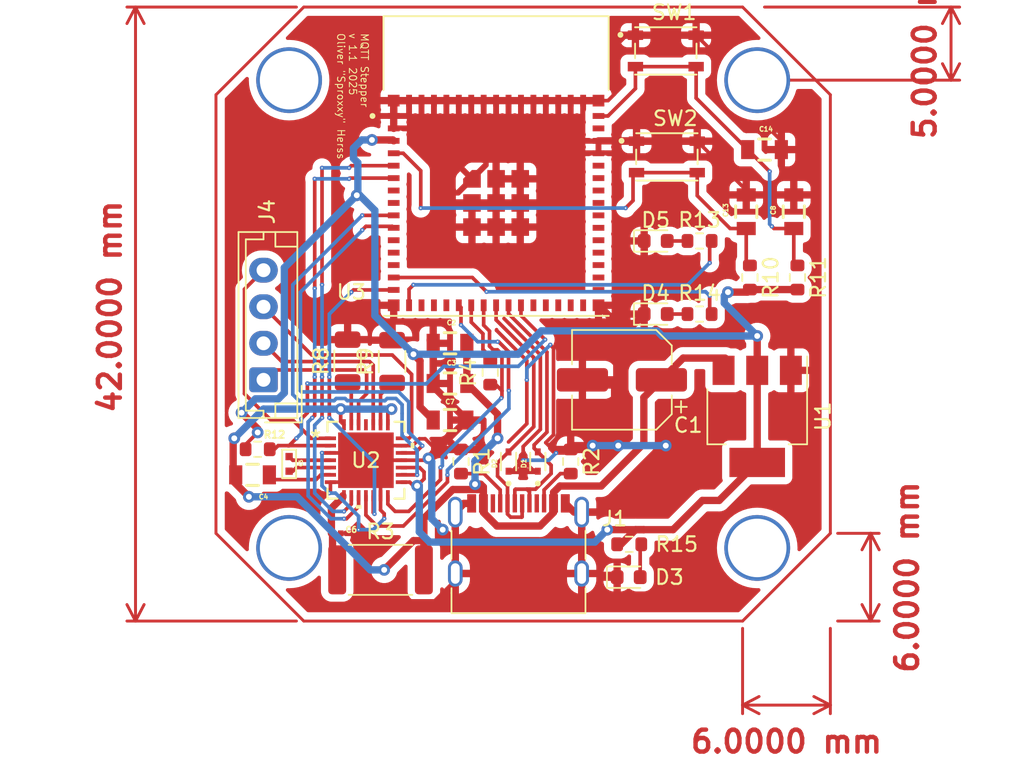
<source format=kicad_pcb>
(kicad_pcb (version 20221018) (generator pcbnew)
  (layers (0 "F.Cu" mixed) (31 "B.Cu" signal) (34 "B.Paste" user) (35 "F.Paste" user) (36 "B.SilkS" user "B.Silkscreen") (37 "F.SilkS" user "F.Silkscreen") (38 "B.Mask" user) (39 "F.Mask" user) (44 "Edge.Cuts" user))
  (net 0 "")
  (net 1 "GND")
  (net 2 "+5V")
  (net 3 "Net-(U2-VCP)")
  (net 4 "Net-(U2-CPI)")
  (net 5 "Net-(U2-CPO)")
  (net 6 "Net-(U2-5VOUT)")
  (net 8 "+3V3")
  (net 9 "Net-(U3-EN)")
  (net 10 "Net-(U3-IO0)")
  (net 11 "DP")
  (net 12 "DM")
  (net 13 "Net-(D3-A)")
  (net 14 "Net-(D4-A)")
  (net 15 "Net-(D5-A)")
  (net 16 "Net-(J1-CC1)")
  (net 18 "Net-(J1-CC2)")
  (net 20 "Net-(J4-Pin_1)")
  (net 21 "Net-(J4-Pin_2)")
  (net 22 "Net-(J4-Pin_3)")
  (net 23 "Net-(J4-Pin_4)")
  (net 24 "Net-(U3-IO17)")
  (net 25 "Net-(U2-PDN_UART)")
  (net 26 "Net-(U2-BRB)")
  (net 27 "Net-(U2-BRA)")
  (net 28 "TMC_EN")
  (net 29 "LED2")
  (net 30 "LED1")
  (net 31 "MS1")
  (net 32 "MS2")
  (net 33 "DIAG")
  (net 34 "INDEX")
  (net 35 "STEP")
  (net 36 "DIR")
  (footprint "ExtraModulesSproxx:Capacitor 0805" (layer "F.Cu") (at 105.75 68.75 180)
    (fp_text reference "C7")
    (fp_text value "C 100n" hide)
  )
  (footprint "Resistor_SMD:R_0603_1608Metric" (layer "F.Cu") (at 92.6 70.75 180)
    (fp_text reference "R12")
    (fp_text value "R 10k" hide)
  )
  (footprint "Resistor_SMD:R_1206_3216Metric" (layer "F.Cu") (at 101.79 64.75 90)
    (fp_text reference "R9")
    (fp_text value "R 100m" hide)
  )
  (footprint "ExtraModulesSproxx:C 0603" (layer "F.Cu") (at 98 76.5)
    (fp_text reference "C6")
    (fp_text value "C 10μf" hide)
  )
  (footprint "ExtraModulesSproxx:Capacitor 0805" (layer "F.Cu") (at 127.25 50.25)
    (fp_text reference "C14")
    (fp_text value "C 1uf" hide)
  )
  (footprint "Resistor_SMD:R_0603_1608Metric" (layer "F.Cu") (at 126.25 59 -90)
    (fp_text reference "R10")
    (fp_text value "R 10k" hide)
  )
  (footprint "Connector_JST:JST_EH_B4B-EH-A_1x04_P2.50mm_Vertical" (layer "F.Cu") (at 93 66 90)
    (fp_text reference "J4")
    (fp_text value "Conn_01x04_Socket" hide)
  )
  (footprint "Resistor_SMD:R_0603_1608Metric" (layer "F.Cu") (at 129.5 59 -90)
    (fp_text reference "R11")
    (fp_text value "R 4.7k" hide)
  )
  (footprint "ExtraModulesSproxx:Capacitor 0805" (layer "F.Cu") (at 126 54.5 90)
    (fp_text reference "C13")
    (fp_text value "C 0.1μf" hide)
  )
  (footprint "Resistor_SMD:R_0603_1608Metric" (layer "F.Cu") (at 114 71.59 -90)
    (fp_text reference "R2")
    (fp_text value "R 5.1K" hide)
  )
  (footprint "LED_SMD:LED_0603_1608Metric" (layer "F.Cu") (at 119.81 56.5)
    (fp_text reference "D5")
    (fp_text value "MQTT")
  )
  (footprint "ExtraModulesSproxx:XCVR_ESP32-S3-MINI-1-N8" (layer "F.Cu") (at 108.9 53.9)
    (fp_text reference "U3")
    (fp_text value "ESP32-S3-MINI-1-N8" hide)
  )
  (footprint "Package_TO_SOT_SMD:SOT-223-3_TabPin2" (layer "F.Cu") (at 126.75 68.5 -90)
    (fp_text reference "U1")
    (fp_text value "AMS1117-3.3")
  )
  (footprint "ExtraModulesSproxx:SW_PTS810_SJM_250_SMTR_LFS" (layer "F.Cu") (at 120.575 50.75)
    (fp_text reference "SW2")
    (fp_text value "SW_Push")
  )
  (footprint "Resistor_SMD:R_2512_6332Metric" (layer "F.Cu") (at 101 79)
    (fp_text reference "R3")
    (fp_text value "R 10" hide)
  )
  (footprint "Resistor_SMD:R_0603_1608Metric" (layer "F.Cu") (at 118 77.25 180)
    (fp_text reference "R15")
    (fp_text value "R 2k" hide)
  )
  (footprint "LED_SMD:LED_0603_1608Metric" (layer "F.Cu") (at 117.9625 79.5)
    (fp_text reference "D3")
    (fp_text value "PWR")
  )
  (footprint "LED_SMD:LED_0603_1608Metric" (layer "F.Cu") (at 119.81 61.5)
    (fp_text reference "D4")
    (fp_text value "WiFi")
  )
  (footprint "Resistor_SMD:R_0603_1608Metric" (layer "F.Cu") (at 122.81 61.5)
    (fp_text reference "R14")
    (fp_text value "R 1k" hide)
  )
  (footprint "Connector_USB:USB_C_Receptacle_G-Switch_GT-USB-7010ASV" (layer "F.Cu") (at 110.43 78.175)
    (fp_text reference "J1")
    (fp_text value "USB_C_Receptacle_USB2.0" hide)
  )
  (footprint "Resistor_SMD:R_1206_3216Metric" (layer "F.Cu") (at 98.75 64.7125 90)
    (fp_text reference "R8")
    (fp_text value "R 100m" hide)
  )
  (footprint "ExtraModulesSproxx:TVS_LESD5D5.0CT1G" (layer "F.Cu") (at 109.75 71.59 90)
    (fp_text reference "D2")
    (fp_text value "LESD5D5.0CT1G" hide)
  )
  (footprint "ExtraModulesSproxx:Capacitor 0805" (layer "F.Cu") (at 92.25 72.5 180)
    (fp_text reference "C4")
    (fp_text value "C 100n" hide)
  )
  (footprint "Capacitor_SMD:CP_Elec_6.3x7.7" (layer "F.Cu") (at 117.5 66 180)
    (fp_text reference "C1")
    (fp_text value "C 100μf" hide)
  )
  (footprint "ExtraModulesSproxx:QFN28_5X5_3X8_EPAD_TRI" (layer "F.Cu") (at 100 71.5)
    (fp_text reference "U2")
    (fp_text value "TMC2209-LA-T")
  )
  (footprint "ExtraModulesSproxx:SW_PTS810_SJM_250_SMTR_LFS" (layer "F.Cu") (at 120.5 43.5)
    (fp_text reference "SW1")
    (fp_text value "SW_Push")
  )
  (footprint "ExtraModulesSproxx:Capacitor 0805" (layer "F.Cu") (at 105.75 66.25)
    (fp_text reference "C3")
    (fp_text value "C 100n" hide)
  )
  (footprint "ExtraModulesSproxx:Capacitor 0805" (layer "F.Cu") (at 129.25 54.5 90)
    (fp_text reference "C8")
    (fp_text value "C 0.1uf" hide)
  )
  (footprint "Resistor_SMD:R_0603_1608Metric" (layer "F.Cu") (at 122.81 56.5)
    (fp_text reference "R13")
    (fp_text value "R 1k" hide)
  )
  (footprint "ExtraModulesSproxx:TVS_LESD5D5.0CT1G" (layer "F.Cu") (at 111.75 71.59 90)
    (fp_text reference "D1")
    (fp_text value "LESD5D5.0CT1G" hide)
  )
  (footprint "ExtraModulesSproxx:Capacitor 0805" (layer "F.Cu") (at 105.75 63.5)
    (fp_text reference "C2")
    (fp_text value "C 100n" hide)
  )
  (footprint "Resistor_SMD:R_0603_1608Metric" (layer "F.Cu") (at 108.5 65.5 -90)
    (fp_text reference "R4")
    (fp_text value "R 1k" hide)
  )
  (footprint "ExtraModulesSproxx:Capacitor 0402" (layer "F.Cu") (at 94.75 71.75 -90)
    (fp_text reference "C5")
    (fp_text value "C 22n" hide)
  )
  (footprint "Resistor_SMD:R_0603_1608Metric" (layer "F.Cu") (at 106.5 71.59 -90)
    (fp_text reference "R1")
    (fp_text value "R 5.1K" hide)
  )
  (gr_line (start 95.75 82.5) (end 89.75 76.5) (stroke (width 0.2)) (layer "F.Cu"))
  (gr_circle (center 94.75 77.5) (end 96.75 77.5) (stroke (width 0.2)) (fill none) (layer "F.Cu"))
  (gr_line (start 131.75 76.5) (end 131.75 46.5) (stroke (width 0.2)) (layer "F.Cu"))
  (gr_line (start 95.75 40.5) (end 125.75 40.5) (stroke (width 0.2)) (layer "F.Cu"))
  (gr_circle (center 94.75 45.5) (end 96.75 45.5) (stroke (width 0.2)) (fill none) (layer "F.Cu"))
  (gr_line (start 89.75 46.5) (end 95.75 40.5) (stroke (width 0.2)) (layer "F.Cu"))
  (gr_circle (center 126.75 45.5) (end 128.75 45.5) (stroke (width 0.2)) (fill none) (layer "F.Cu"))
  (gr_line (start 125.75 40.5) (end 131.75 46.5) (stroke (width 0.2)) (layer "F.Cu"))
  (gr_line (start 95.75 82.5) (end 125.75 82.5) (stroke (width 0.2)) (layer "F.Cu"))
  (gr_line (start 125.75 82.5) (end 131.75 76.5) (stroke (width 0.2)) (layer "F.Cu"))
  (gr_line (start 89.75 46.5) (end 89.75 76.5) (stroke (width 0.2)) (layer "F.Cu"))
  (gr_circle (center 126.75 77.5) (end 128.75 77.5) (stroke (width 0.2)) (fill none) (layer "F.Cu"))
  (gr_text "MQTT Stepper\nv 1.1 2025\nOliver {dblquote}Sproxxy{dblquote} Herss" (at 98 42.25 270) (layer "F.SilkS") (effects (font (size 0.5 0.5) (thickness 0.0625)) (justify left bottom)))
  (dimension (type aligned) (layer "F.Cu") (pts (xy 95.75 82.5) (xy 95.75 40.5)) (height -11.5) (gr_text "42.0000 mm" (at 82.5 61 90) (layer "F.Cu") (effects (font (size 1.5 1.5) (thickness 0.3)))) (format (prefix "") (suffix "") (units 3) (units_format 1) (precision 4)) (style (thickness 0.2) (arrow_length 1.27) (text_position_mode 2) (extension_height 0.58642) (extension_offset 0.5) keep_text_aligned))
  (dimension (type aligned) (layer "F.Cu") (pts (xy 126.75 45.5) (xy 126.75 40.5)) (height 13.25) (gr_text "5.0000 mm" (at 138.2 43 90) (layer "F.Cu") (effects (font (size 1.5 1.5) (thickness 0.3)))) (format (prefix "") (suffix "") (units 3) (units_format 1) (precision 4)) (style (thickness 0.2) (arrow_length 1.27) (text_position_mode 0) (extension_height 0.58642) (extension_offset 0.5) keep_text_aligned))
  (dimension (type aligned) (layer "F.Cu") (pts (xy 131.75 82.5) (xy 125.75 82.5)) (height -5.75) (gr_text "6.0000 mm" (at 128.75 90.75) (layer "F.Cu") (effects (font (size 1.5 1.5) (thickness 0.3)))) (format (prefix "") (suffix "") (units 3) (units_format 1) (precision 4)) (style (thickness 0.2) (arrow_length 1.27) (text_position_mode 2) (extension_height 0.58642) (extension_offset 0.5) keep_text_aligned))
  (dimension (type aligned) (layer "F.Cu") (pts (xy 131.75 82.5) (xy 131.75 76.5)) (height 2.75) (gr_text "6.0000 mm" (at 137 79.5 90) (layer "F.Cu") (effects (font (size 1.5 1.5) (thickness 0.3)))) (format (prefix "") (suffix "") (units 3) (units_format 1) (precision 4)) (style (thickness 0.2) (arrow_length 1.27) (text_position_mode 2) (extension_height 0.58642) (extension_offset 0.5) keep_text_aligned))
  (via (at 126.75 45.5) (size 4.5) (drill 4) (layers "F.Cu" "B.Cu") (net 0))
  (via (at 126.75 77.5) (size 4.5) (drill 4) (layers "F.Cu" "B.Cu") (net 0))
  (via (at 94.75 77.5) (size 4.5) (drill 4) (layers "F.Cu" "B.Cu") (net 0))
  (via (at 94.75 45.5) (size 4.5) (drill 4) (layers "F.Cu" "B.Cu") (net 0))
  (segment (start 104.6 66.25) (end 104.6 66.45) (width 0.5) (layer "F.Cu") (net 1))
  (segment (start 100 71.5) (end 99.7677 71.5) (width 0.25) (layer "F.Cu") (net 1))
  (segment (start 104.75 81.25) (end 101.75 81.25) (width 0.5) (layer "F.Cu") (net 1))
  (segment (start 101.9 48.8) (end 101.9 47.95) (width 0.5) (layer "F.Cu") (net 1))
  (segment (start 101.000001 73.9257) (end 101.000001 74.907203) (width 0.25) (layer "F.Cu") (net 1))
  (segment (start 111.925 69.391396) (end 111.925 64.288604) (width 0.25) (layer "F.Cu") (net 1))
  (segment (start 110.75 70.566396) (end 111.925 69.391396) (width 0.25) (layer "F.Cu") (net 1))
  (segment (start 123.75 46.75) (end 123.75 43.6) (width 0.25) (layer "F.Cu") (net 1))
  (segment (start 117.2505 70.5) (end 117 70.2495) (width 0.5) (layer "F.Cu") (net 1))
  (segment (start 97.000001 71.000001) (end 97 71) (width 0.25) (layer "F.Cu") (net 1))
  (segment (start 104.15 71.5) (end 102.4257 71.5) (width 0.25) (layer "F.Cu") (net 1))
  (segment (start 101.75 81.25) (end 100.25 79.75) (width 0.5) (layer "F.Cu") (net 1))
  (segment (start 100 72.267701) (end 101.000001 73.267702) (width 0.25) (layer "F.Cu") (net 1))
  (segment (start 111 46.9) (end 115.9 46.9) (width 0.5) (layer "F.Cu") (net 1))
  (segment (start 101.79 61.01) (end 101.9 60.9) (width 0.5) (layer "F.Cu") (net 1))
  (segment (start 114.75 79.25) (end 116.925 79.25) (width 0.25) (layer "F.Cu") (net 1))
  (segment (start 117 70.2495) (end 117 66.35) (width 0.5) (layer "F.Cu") (net 1))
  (segment (start 111.0005 68.9995) (end 111.0005 66) (width 0.25) (layer "F.Cu") (net 1))
  (segment (start 106.265 70.765) (end 106.5 70.765) (width 0.5) (layer "F.Cu") (net 1))
  (segment (start 98.232301 71.000001) (end 97.5743 71.000001) (width 0.25) (layer "F.Cu") (net 1))
  (segment (start 111 65) (end 111 64.684746) (width 0.25) (layer "F.Cu") (net 1))
  (segment (start 109.818198 62.181802) (end 109.443198 61.806802) (width 0.25) (layer "F.Cu") (net 1))
  (segment (start 114.75 75.05) (end 114.23 75.05) (width 0.25) (layer "F.Cu") (net 1))
  (segment (start 117.15 62.15) (end 118.3725 62.15) (width 0.5) (layer "F.Cu") (net 1))
  (segment (start 118.425 42.425) (end 122.575 42.425) (width 0.25) (layer "F.Cu") (net 1))
  (segment (start 105.575 70.075) (end 106.265 70.765) (width 0.5) (layer "F.Cu") (net 1))
  (segment (start 99.7677 71.5) (end 98.2677 73) (width 0.25) (layer "F.Cu") (net 1))
  (segment (start 106.11 79.89) (end 104.75 81.25) (width 0.5) (layer "F.Cu") (net 1))
  (segment (start 107.23 74.45) (end 106.71 74.45) (width 0.5) (layer "F.Cu") (net 1))
  (segment (start 113 71) (end 112.294594 70.294594) (width 0.25) (layer "F.Cu") (net 1))
  (segment (start 112.825 69.764188) (end 112.825 63.825) (width 0.25) (layer "F.Cu") (net 1))
  (segment (start 114.23 75.05) (end 113.63 74.45) (width 0.5) (layer "F.Cu") (net 1))
  (segment (start 111.925 64.288604) (end 109.818198 62.181802) (width 0.25) (layer "F.Cu") (net 1))
  (segment (start 119.7 75.05) (end 114.75 75.05) (width 0.5) (layer "F.Cu") (net 1))
  (segment (start 104.825 70.825) (end 105.575 70.075) (width 0.5) (layer "F.Cu") (net 1))
  (segment (start 110.75 71.5) (end 110.75 70.566396) (width 0.25) (layer "F.Cu") (net 1))
  (segment (start 104.6 63.5) (end 104.6 66.25) (width 0.5) (layer "F.Cu") (net 1))
  (segment (start 126 53.025) (end 122.65 49.675) (width 0.25) (layer "F.Cu") (net 1))
  (segment (start 117.825 42.425) (end 118.425 42.425) (width 0.25) (layer "F.Cu") (net 1))
  (segment (start 110 72.25) (end 110.75 71.5) (width 0.25) (layer "F.Cu") (net 1))
  (segment (start 115.5 70.5) (end 114.015 70.5) (width 0.5) (layer "F.Cu") (net 1))
  (segment (start 100 71.5) (end 98.7323 71.5) (width 0.25) (layer "F.Cu") (net 1))
  (segment (start 106.11 79.25) (end 106.11 77.11) (width 0.5) (layer "F.Cu") (net 1))
  (segment (start 101.9 47.95) (end 101.9 46.9) (width 0.5) (layer "F.Cu") (net 1))
  (segment (start 104.277341 71.372659) (end 104.15 71.5) (width 0.25) (layer "F.Cu") (net 1))
  (segment (start 101.9 46.9) (end 111 46.9) (width 0.5) (layer "F.Cu") (net 1))
  (segment (start 113 71) (end 113.765 71) (width 0.25) (layer "F.Cu") (net 1))
  (segment (start 109.75 70.25) (end 111.0005 68.9995) (width 0.25) (layer "F.Cu") (net 1))
  (segment (start 101.000001 73.267702) (end 101.000001 73.9257) (width 0.25) (layer "F.Cu") (net 1))
  (segment (start 117.15 66.2) (end 117.15 63.75) (width 0.5) (layer "F.Cu") (net 1))
  (segment (start 117 66.35) (end 114.95 66.35) (width 0.5) (layer "F.Cu") (net 1))
  (segment (start 112.75 63.75) (end 112.603201 63.603201) (width 0.25) (layer "F.Cu") (net 1))
  (segment (start 118.475 49.65) (end 118.5 49.675) (width 0.5) (layer "F.Cu") (net 1))
  (segment (start 99.5 76.25) (end 99.5 76.841) (width 0.5) (layer "F.Cu") (net 1))
  (segment (start 117.15 62.15) (end 115.9 60.9) (width 0.5) (layer "F.Cu") (net 1))
  (segment (start 104.277341 71.372659) (end 104.825 70.825) (width 0.5) (layer "F.Cu") (net 1))
  (segment (start 116.55 46.9) (end 117 46.45) (width 0.25) (layer "F.Cu") (net 1))
  (segment (start 100 71.5) (end 100 72.267701) (width 0.25) (layer "F.Cu") (net 1))
  (segment (start 118.5 49.675) (end 122.65 49.675) (width 0.5) (layer "F.Cu") (net 1))
  (segment (start 111.0005 65.0005) (end 111 65) (width 0.25) (layer "F.Cu") (net 1))
  (segment (start 117 46.45) (end 117 43.25) (width 0.25) (layer "F.Cu") (net 1))
  (segment (start 117 43.25) (end 117.825 42.425) (width 0.25) (layer "F.Cu") (net 1))
  (segment (start 128.4 49.65) (end 127.75 49) (width 0.25) (layer "F.Cu") (net 1))
  (segment (start 105.575 70.075) (end 106.9 68.75) (width 0.5) (layer "F.Cu") (net 1))
  (segment (start 104.575 70.557297) (end 104.575 71.075) (width 0.25) (layer "F.Cu") (net 1))
  (segment (start 106.11 75.05) (end 106.11 79.25) (width 0.5) (layer "F.Cu") (net 1))
  (segment (start 117 66.35) (end 117.15 66.2) (width 0.5) (layer "F.Cu") (net 1))
  (segment (start 119.0225 61.5) (end 119.0225 56.5) (width 0.5) (layer "F.Cu") (net 1))
  (segment (start 97.5743 73.6757) (end 97.5 73.75) (width 0.25) (layer "F.Cu") (net 1))
  (segment (start 104.575 71.075) (end 104.277341 71.372659) (width 0.25) (layer "F.Cu") (net 1))
  (segment (start 111.0005 66) (end 111.0005 65.0005) (width 0.25) (layer "F.Cu") (net 1))
  (segment (start 115.9 46.9) (end 116.55 46.9) (width 0.25) (layer "F.Cu") (net 1))
  (segment (start 101.000001 70.499999) (end 102.4257 70.499999) (width 0.25) (layer "F.Cu") (net 1))
  (segment (start 126 53.35) (end 126 53.025) (width 0.25) (layer "F.Cu") (net 1))
  (segment (start 104.825 70.325) (end 104.825 70.825) (width 0.25) (layer "F.Cu") (net 1))
  (segment (start 111.75 72.25) (end 111.5 72.25) (width 0.25) (layer "F.Cu") (net 1))
  (segment (start 123.75 43.6) (end 122.575 42.425) (width 0.25) (layer "F.Cu") (net 1))
  (segment (start 117.15 63.75) (end 117.15 62.15) (width 0.5) (layer "F.Cu") (net 1))
  (segment (start 111 64.684746) (end 108.931802 62.616548) (width 0.25) (layer "F.Cu") (net 1))
  (segment (start 106.11 79.25) (end 114.75 79.25) (width 0.5) (layer "F.Cu") (net 1))
  (segment (start 101.000001 74.907203) (end 101.25 75.157202) (width 0.25) (layer "F.Cu") (net 1))
  (segment (start 98.7323 71.5) (end 98.232301 71.000001) (width 0.25) (layer "F.Cu") (net 1))
  (segment (start 114.75 79.25) (end 114.75 75.05) (width 0.5) (layer "F.Cu") (net 1))
  (segment (start 104.6 66.45) (end 106.9 68.75) (width 0.5) (layer "F.Cu") (net 1))
  (segment (start 100 71.5) (end 101.000001 70.499999) (width 0.25) (layer "F.Cu") (net 1))
  (segment (start 128.4 50.25) (end 128.4 49.65) (width 0.25) (layer "F.Cu") (net 1))
  (segment (start 114.95 66.35) (end 114.8 66.5) (width 0.5) (layer "F.Cu") (net 1))
  (segment (start 112.294594 70.294594) (end 112.825 69.764188) (width 0.25) (layer "F.Cu") (net 1))
  (segment (start 114.015 70.5) (end 113.75 70.765) (width 0.5) (layer "F.Cu") (net 1))
  (segment (start 113.765 71) (end 114 70.765) (width 0.25) (layer "F.Cu") (net 1))
  (segment (start 118.3725 62.15) (end 119.0225 61.5) (width 0.5) (layer "F.Cu") (net 1))
  (segment (start 126 49) (end 123.75 46.75) (width 0.25) (layer "F.Cu") (net 1))
  (segment (start 103.657275 70.033076) (end 104.050779 70.033076) (width 0.25) (layer "F.Cu") (net 1))
  (segment (start 104.3875 63.2875) (end 104.6 63.5) (width 0.5) (layer "F.Cu") (net 1))
  (segment (start 101.25 75.157202) (end 101.25 75.5) (width 0.25) (layer "F.Cu") (net 1))
  (segment (start 120.5 70.5) (end 120.5 74.25) (width 0.5) (layer "F.Cu") (net 1))
  (segment (start 105.7 46.9) (end 106.35 46.9) (width 0.5) (layer "F.Cu") (net 1))
  (segment (start 97.5743 71.000001) (end 97.000001 71.000001) (width 0.25) (layer "F.Cu") (net 1))
  (segment (start 120.5 74.25) (end 119.7 75.05) (width 0.5) (layer "F.Cu") (net 1))
  (segment (start 97.5743 73) (end 97.5743 73.6757) (width 0.25) (layer "F.Cu") (net 1))
  (segment (start 100 71.5) (end 102.4257 71.5) (width 0.25) (layer "F.Cu") (net 1))
  (segment (start 103.190352 70.499999) (end 103.657275 70.033076) (width 0.25) (layer "F.Cu") (net 1))
  (segment (start 116.925 79.25) (end 117.175 79.5) (width 0.25) (layer "F.Cu") (net 1))
  (segment (start 106.11 77.11) (end 105.25 76.25) (width 0.5) (layer "F.Cu") (net 1))
  (segment (start 127.75 49) (end 126 49) (width 0.25) (layer "F.Cu") (net 1))
  (segment (start 98.2677 73) (end 97.5743 73) (width 0.25) (layer "F.Cu") (net 1))
  (segment (start 112.825 63.825) (end 112.75 63.75) (width 0.25) (layer "F.Cu") (net 1))
  (segment (start 115.9 49.65) (end 118.475 49.65) (width 0.5) (layer "F.Cu") (net 1))
  (segment (start 110.75 71.5) (end 111.5 72.25) (width 0.25) (layer "F.Cu") (net 1))
  (segment (start 126 53.35) (end 129.5 53.35) (width 0.25) (layer "F.Cu") (net 1))
  (segment (start 106.71 74.45) (end 106.11 75.05) (width 0.5) (layer "F.Cu") (net 1))
  (segment (start 108.931802 62.616548) (end 108.931802 62.568198) (width 0.25) (layer "F.Cu") (net 1))
  (segment (start 109.75 72.25) (end 110 72.25) (width 0.25) (layer "F.Cu") (net 1))
  (segment (start 102.4257 70.499999) (end 103.190352 70.499999) (width 0.25) (layer "F.Cu") (net 1))
  (segment (start 106.11 79.25) (end 106.11 79.89) (width 0.5) (layer "F.Cu") (net 1))
  (segment (start 104.050779 70.033076) (end 104.575 70.557297) (width 0.25) (layer "F.Cu") (net 1))
  (via micro (at 111.0005 66) (size 0.3) (drill 0.1) (layers "F.Cu" "B.Cu") (net 1))
  (via micro (at 112.603201 63.603201) (size 0.3) (drill 0.1) (layers "F.Cu" "B.Cu") (net 1))
  (via (at 115.5 70.5) (size 0.8) (drill 0.4) (layers "F.Cu" "B.Cu") (net 1))
  (via micro (at 97.5 73.75) (size 0.3) (drill 0.1) (layers "F.Cu" "B.Cu") (net 1))
  (via (at 120.5 70.5) (size 0.8) (drill 0.4) (layers "F.Cu" "B.Cu") (net 1))
  (via (at 117.2505 70.5) (size 0.8) (drill 0.4) (layers "F.Cu" "B.Cu") (net 1))
  (via (at 104.277341 71.372659) (size 0.8) (drill 0.4) (layers "F.Cu" "B.Cu") (net 1))
  (via micro (at 99.5 76.25) (size 0.3) (drill 0.1) (layers "F.Cu" "B.Cu") (net 1))
  (via micro (at 110.75 71.5) (size 0.3) (drill 0.1) (layers "F.Cu" "B.Cu") (net 1))
  (via micro (at 101.25 75.5) (size 0.3) (drill 0.1) (layers "F.Cu" "B.Cu") (net 1))
  (via (at 105.25 76.25) (size 0.8) (drill 0.4) (layers "F.Cu" "B.Cu") (net 1))
  (via micro (at 97 71) (size 0.3) (drill 0.1) (layers "F.Cu" "B.Cu") (net 1))
  (via micro (at 113 71) (size 0.3) (drill 0.1) (layers "F.Cu" "B.Cu") (net 1))
  (segment (start 112.603201 63.603201) (end 111.0005 65.205902) (width 0.25) (layer "B.Cu") (net 1))
  (segment (start 104.277341 71.372659) (end 104.5 71.595318) (width 0.5) (layer "B.Cu") (net 1))
  (segment (start 104.5 75.5) (end 105.25 76.25) (width 0.5) (layer "B.Cu") (net 1))
  (segment (start 100.5 76.25) (end 99.5 76.25) (width 0.25) (layer "B.Cu") (net 1))
  (segment (start 97.921752 73.75) (end 99.5 75.328248) (width 0.25) (layer "B.Cu") (net 1))
  (segment (start 99.5 75.328248) (end 99.5 76.25) (width 0.25) (layer "B.Cu") (net 1))
  (segment (start 112.5 71.5) (end 113 71) (width 0.25) (layer "B.Cu") (net 1))
  (segment (start 104.5 71.595318) (end 104.5 75.5) (width 0.5) (layer "B.Cu") (net 1))
  (segment (start 110.75 71.5) (end 112.5 71.5) (width 0.25) (layer "B.Cu") (net 1))
  (segment (start 97.5 73.75) (end 97.921752 73.75) (width 0.25) (layer "B.Cu") (net 1))
  (segment (start 101.25 75.5) (end 100.5 76.25) (width 0.25) (layer "B.Cu") (net 1))
  (segment (start 97 73.25) (end 97.5 73.75) (width 0.25) (layer "B.Cu") (net 1))
  (segment (start 111.0005 65.205902) (end 111.0005 66) (width 0.25) (layer "B.Cu") (net 1))
  (segment (start 115.5 70.5) (end 117.2505 70.5) (width 0.5) (layer "B.Cu") (net 1))
  (segment (start 120.5 70.5) (end 117.2505 70.5) (width 0.5) (layer "B.Cu") (net 1))
  (segment (start 97 71) (end 97 73.25) (width 0.25) (layer "B.Cu") (net 1))
  (segment (start 109 68.35) (end 106.9 66.25) (width 0.5) (layer "F.Cu") (net 2))
  (segment (start 107.82464 73.505) (end 107.955 73.505) (width 0.25) (layer "F.Cu") (net 2))
  (segment (start 112.83 73.693172) (end 112.83 74.45) (width 0.5) (layer "F.Cu") (net 2))
  (segment (start 111.900051 76) (end 112.83 75.070051) (width 0.5) (layer "F.Cu") (net 2))
  (segment (start 105.938274 73.505) (end 107.955 73.505) (width 0.5) (layer "F.Cu") (net 2))
  (segment (start 119 67.2) (end 119 70.35) (width 0.5) (layer "F.Cu") (net 2))
  (segment (start 92 74) (end 90.925 72.925) (width 0.5) (layer "F.Cu") (net 2))
  (segment (start 90.925 70.075) (end 91 70) (width 0.5) (layer "F.Cu") (net 2))
  (segment (start 103.9625 77) (end 103.9625 79) (width 0.5) (layer "F.Cu") (net 2))
  (segment (start 101.5 68.25) (end 101.75 68) (width 0.25) (layer "F.Cu") (net 2))
  (segment (start 108.03 73.33) (end 108.03 74.45) (width 0.5) (layer "F.Cu") (net 2))
  (segment (start 107.8395 73.1395) (end 108.03 73.33) (width 0.5) (layer "F.Cu") (net 2))
  (segment (start 112.83 75.070051) (end 112.83 74.45) (width 0.25) (layer "F.Cu") (net 2))
  (segment (start 101.25 79) (end 103.25 77) (width 0.5) (layer "F.Cu") (net 2))
  (segment (start 103.9625 75.480774) (end 105.938274 73.505) (width 0.5) (layer "F.Cu") (net 2))
  (segment (start 121.688001 64.511999) (end 119 67.2) (width 0.5) (layer "F.Cu") (net 2))
  (segment (start 124.5625 64.511999) (end 121.688001 64.511999) (width 0.5) (layer "F.Cu") (net 2))
  (segment (start 108.03 75.070051) (end 108.959949 76) (width 0.5) (layer "F.Cu") (net 2))
  (segment (start 98.275499 68) (end 98.275499 68.849799) (width 0.25) (layer "F.Cu") (net 2))
  (segment (start 113.258172 73.265) (end 112.83 73.693172) (width 0.5) (layer "F.Cu") (net 2))
  (segment (start 109 70) (end 109 68.35) (width 0.5) (layer "F.Cu") (net 2))
  (segment (start 107.45914 73.1395) (end 107.8395 73.1395) (width 0.5) (layer "F.Cu") (net 2))
  (segment (start 108.03 73.58) (end 108.03 74.45) (width 0.5) (layer "F.Cu") (net 2))
  (segment (start 107.45914 73.1395) (end 107.82464 73.505) (width 0.25) (layer "F.Cu") (net 2))
  (segment (start 119 70.35) (end 116.085 73.265) (width 0.5) (layer "F.Cu") (net 2))
  (segment (start 107.955 73.505) (end 108.03 73.58) (width 0.25) (layer "F.Cu") (net 2))
  (segment (start 108.03 74.45) (end 108.03 75.070051) (width 0.25) (layer "F.Cu") (net 2))
  (segment (start 116.085 73.265) (end 113.258172 73.265) (width 0.5) (layer "F.Cu") (net 2))
  (segment (start 90.925 72.925) (end 90.925 70.075) (width 0.5) (layer "F.Cu") (net 2))
  (segment (start 108.959949 76) (end 111.900051 76) (width 0.5) (layer "F.Cu") (net 2))
  (segment (start 98.275499 68.849799) (end 98.5 69.0743) (width 0.25) (layer "F.Cu") (net 2))
  (segment (start 103.25 77) (end 103.9625 77) (width 0.5) (layer "F.Cu") (net 2))
  (segment (start 103.9625 77) (end 103.9625 75.480774) (width 0.5) (layer "F.Cu") (net 2))
  (segment (start 101.5 69.0743) (end 101.5 68.25) (width 0.25) (layer "F.Cu") (net 2))
  (segment (start 106.9 63.5) (end 106.9 66.25) (width 0.5) (layer "F.Cu") (net 2))
  (via (at 98.275499 68) (size 0.8) (drill 0.4) (layers "F.Cu" "B.Cu") (net 2))
  (via (at 107.45914 73.1395) (size 0.8) (drill 0.4) (layers "F.Cu" "B.Cu") (net 2))
  (via (at 92 74) (size 0.8) (drill 0.4) (layers "F.Cu" "B.Cu") (net 2))
  (via (at 101.75 68) (size 0.8) (drill 0.4) (layers "F.Cu" "B.Cu") (net 2))
  (via (at 101.25 79) (size 0.8) (drill 0.4) (layers "F.Cu" "B.Cu") (net 2))
  (via (at 91 70) (size 0.8) (drill 0.4) (layers "F.Cu" "B.Cu") (net 2))
  (via (at 109 70) (size 0.8) (drill 0.4) (layers "F.Cu" "B.Cu") (net 2))
  (segment (start 107.45914 71.54086) (end 109 70) (width 0.5) (layer "B.Cu") (net 2))
  (segment (start 101.75 68) (end 98.275499 68) (width 0.5) (layer "B.Cu") (net 2))
  (segment (start 98.275499 68) (end 93 68) (width 0.5) (layer "B.Cu") (net 2))
  (segment (start 95.300431 74) (end 100.300431 79) (width 0.5) (layer "B.Cu") (net 2))
  (segment (start 100.300431 79) (end 101.25 79) (width 0.5) (layer "B.Cu") (net 2))
  (segment (start 92 74) (end 95.300431 74) (width 0.5) (layer "B.Cu") (net 2))
  (segment (start 93 68) (end 91 70) (width 0.5) (layer "B.Cu") (net 2))
  (segment (start 107.45914 73.1395) (end 107.45914 71.54086) (width 0.5) (layer "B.Cu") (net 2))
  (segment (start 93.725 72.825) (end 93.4 72.5) (width 0.25) (layer "F.Cu") (net 3))
  (segment (start 96.5913 72.825) (end 93.725 72.825) (width 0.25) (layer "F.Cu") (net 3))
  (segment (start 96.916299 72.500001) (end 97.5743 72.500001) (width 0.25) (layer "F.Cu") (net 3))
  (segment (start 96.916299 72.500001) (end 96.5913 72.825) (width 0.25) (layer "F.Cu") (net 3))
  (segment (start 97.5743 71.999999) (end 95.250001 71.999999) (width 0.25) (layer "F.Cu") (net 4))
  (segment (start 95.250001 71.999999) (end 95 72.25) (width 0.25) (layer "F.Cu") (net 4))
  (segment (start 95 72.25) (end 94.75 72.25) (width 0.25) (layer "F.Cu") (net 4))
  (segment (start 95 71.5) (end 94.75 71.25) (width 0.25) (layer "F.Cu") (net 5))
  (segment (start 97.5743 71.5) (end 95 71.5) (width 0.25) (layer "F.Cu") (net 5))
  (segment (start 98.422999 74.002701) (end 98.422999 73.9257) (width 0.5) (layer "F.Cu") (net 6))
  (segment (start 97.641 74.7847) (end 98.422999 74.002701) (width 0.5) (layer "F.Cu") (net 6))
  (segment (start 97.719 78.6815) (end 97.719 76.5) (width 0.5) (layer "F.Cu") (net 6))
  (segment (start 97.641 74.7847) (end 97.641 76.5) (width 0.5) (layer "F.Cu") (net 6))
  (segment (start 98.0375 79) (end 97.719 78.6815) (width 0.25) (layer "F.Cu") (net 6))
  (segment (start 103.7 67.85) (end 103.7 64.7) (width 0.5) (layer "F.Cu") (net 8))
  (segment (start 103.249503 73.249503) (end 103 73) (width 0.25) (layer "F.Cu") (net 8))
  (segment (start 126.075 60) (end 126.25 59.825) (width 0.5) (layer "F.Cu") (net 8))
  (segment (start 117.430761 77.25) (end 117.175 77.25) (width 0.5) (layer "F.Cu") (net 8))
  (segment (start 103.671751 71.999999) (end 103.975 72.303248) (width 0.25) (layer "F.Cu") (net 8))
  (segment (start 123 74.25) (end 121 76.25) (width 0.5) (layer "F.Cu") (net 8))
  (segment (start 126.75 71.65) (end 124.15 74.25) (width 0.5) (layer "F.Cu") (net 8))
  (segment (start 103.5 73.249503) (end 103.249503 73.249503) (width 0.25) (layer "F.Cu") (net 8))
  (segment (start 129.5 59.825) (end 126.25 59.825) (width 0.5) (layer "F.Cu") (net 8))
  (segment (start 103 73) (end 102.4257 73) (width 0.25) (layer "F.Cu") (net 8))
  (segment (start 102.4257 71.999999) (end 103.671751 71.999999) (width 0.25) (layer "F.Cu") (net 8))
  (segment (start 118.430761 76.25) (end 117.430761 77.25) (width 0.5) (layer "F.Cu") (net 8))
  (segment (start 121 76.25) (end 119 76.25) (width 0.5) (layer "F.Cu") (net 8))
  (segment (start 124.15 74.25) (end 123 74.25) (width 0.5) (layer "F.Cu") (net 8))
  (segment (start 103.975 72.774503) (end 103.5 73.249503) (width 0.25) (layer "F.Cu") (net 8))
  (segment (start 92.600688 69.350688) (end 91.5 68.25) (width 0.5) (layer "F.Cu") (net 8))
  (segment (start 119 76.25) (end 118.430761 76.25) (width 0.5) (layer "F.Cu") (net 8))
  (segment (start 92.600688 69.600688) (end 91.775 70.426376) (width 0.25) (layer "F.Cu") (net 8))
  (segment (start 101.839267 49.589267) (end 101.9 49.65) (width 0.5) (layer "F.Cu") (net 8))
  (segment (start 126.75 63) (end 126.75 71.65) (width 0.5) (layer "F.Cu") (net 8))
  (segment (start 124.75 60) (end 126.075 60) (width 0.5) (layer "F.Cu") (net 8))
  (segment (start 92.600688 69.600688) (end 92.600688 69.350688) (width 0.5) (layer "F.Cu") (net 8))
  (segment (start 100.411789 49.589267) (end 101.839267 49.589267) (width 0.5) (layer "F.Cu") (net 8))
  (segment (start 116.5 76.25) (end 119 76.25) (width 0.5) (layer "F.Cu") (net 8))
  (segment (start 103.7 64.7) (end 103.25 64.25) (width 0.5) (layer "F.Cu") (net 8))
  (segment (start 104.6 68.75) (end 103.7 67.85) (width 0.5) (layer "F.Cu") (net 8))
  (segment (start 103.975 72.303248) (end 103.975 72.774503) (width 0.25) (layer "F.Cu") (net 8))
  (via (at 91.5 68.25) (size 0.8) (drill 0.4) (layers "F.Cu" "B.Cu") (net 8))
  (via (at 99.375 53.375) (size 0.8) (drill 0.4) (layers "F.Cu" "B.Cu") (net 8))
  (via (at 103.5 73.249503) (size 0.8) (drill 0.4) (layers "F.Cu" "B.Cu") (net 8))
  (via (at 126.75 63) (size 0.8) (drill 0.4) (layers "F.Cu" "B.Cu") (net 8))
  (via (at 92.600688 69.600688) (size 0.8) (drill 0.4) (layers "F.Cu" "B.Cu") (net 8))
  (via (at 103.25 64.25) (size 0.8) (drill 0.4) (layers "F.Cu" "B.Cu") (net 8))
  (via (at 100.411789 49.589267) (size 0.8) (drill 0.4) (layers "F.Cu" "B.Cu") (net 8))
  (via (at 124.75 60) (size 0.8) (drill 0.4) (layers "F.Cu" "B.Cu") (net 8))
  (via (at 116.5 76.25) (size 0.8) (drill 0.4) (layers "F.Cu" "B.Cu") (net 8))
  (segment (start 99.577082 53.375) (end 100.612299 54.410217) (width 0.5) (layer "B.Cu") (net 8))
  (segment (start 124.5 60.75) (end 124.5 60.25) (width 0.5) (layer "B.Cu") (net 8))
  (segment (start 99.449014 51.150389) (end 99.15 50.851375) (width 0.5) (layer "B.Cu") (net 8))
  (segment (start 99.375 53.375) (end 99.449014 53.300986) (width 0.5) (layer "B.Cu") (net 8))
  (segment (start 103.5 73.249503) (end 103.6505 73.400003) (width 0.25) (layer "B.Cu") (net 8))
  (segment (start 104.35 77.1) (end 115.65 77.1) (width 0.5) (layer "B.Cu") (net 8))
  (segment (start 94.014949 67.3) (end 92.45 67.3) (width 0.5) (layer "B.Cu") (net 8))
  (segment (start 99.15 50.851375) (end 99.15 50.147918) (width 0.5) (layer "B.Cu") (net 8))
  (segment (start 100.612299 54.410217) (end 100.612299 61.612299) (width 0.5) (layer "B.Cu") (net 8))
  (segment (start 103.6505 76.4005) (end 104.35 77.1) (width 0.5) (layer "B.Cu") (net 8))
  (segment (start 103.6505 73.400003) (end 103.6505 76.4005) (width 0.5) (layer "B.Cu") (net 8))
  (segment (start 120.25 63) (end 119.9 62.65) (width 0.5) (layer "B.Cu") (net 8))
  (segment (start 94.425 66.889949) (end 94.014949 67.3) (width 0.5) (layer "B.Cu") (net 8))
  (segment (start 126.75 63) (end 124.5 60.75) (width 0.5) (layer "B.Cu") (net 8))
  (segment (start 115.65 77.1) (end 116.5 76.25) (width 0.5) (layer "B.Cu") (net 8))
  (segment (start 99.375 53.375) (end 94.425 58.325) (width 0.5) (layer "B.Cu") (net 8))
  (segment (start 126.75 63) (end 120.25 63) (width 0.5) (layer "B.Cu") (net 8))
  (segment (start 99.449014 53.300986) (end 99.449014 51.150389) (width 0.5) (layer "B.Cu") (net 8))
  (segment (start 110.401471 64.25) (end 103.25 64.25) (width 0.5) (layer "B.Cu") (net 8))
  (segment (start 119.9 62.65) (end 112.001471 62.65) (width 0.5) (layer "B.Cu") (net 8))
  (segment (start 112.001471 62.65) (end 110.401471 64.25) (width 0.5) (layer "B.Cu") (net 8))
  (segment (start 92.45 67.3) (end 91.5 68.25) (width 0.5) (layer "B.Cu") (net 8))
  (segment (start 94.425 58.325) (end 94.425 66.889949) (width 0.5) (layer "B.Cu") (net 8))
  (segment (start 100.612299 61.612299) (end 103.25 64.25) (width 0.5) (layer "B.Cu") (net 8))
  (segment (start 99.375 53.375) (end 99.577082 53.375) (width 0.5) (layer "B.Cu") (net 8))
  (segment (start 124.5 60.25) (end 124.75 60) (width 0.5) (layer "B.Cu") (net 8))
  (segment (start 99.708651 49.589267) (end 100.411789 49.589267) (width 0.5) (layer "B.Cu") (net 8))
  (segment (start 99.15 50.147918) (end 99.708651 49.589267) (width 0.5) (layer "B.Cu") (net 8))
  (segment (start 127.9 55.65) (end 129.25 55.65) (width 0.25) (layer "F.Cu") (net 9))
  (segment (start 127.75 55.5) (end 127.9 55.65) (width 0.25) (layer "F.Cu") (net 9))
  (segment (start 129.25 57.925) (end 129.5 58.175) (width 0.25) (layer "F.Cu") (net 9))
  (segment (start 122.575 44.575) (end 118.425 44.575) (width 0.25) (layer "F.Cu") (net 9))
  (segment (start 122.575 46.725) (end 122.575 44.575) (width 0.25) (layer "F.Cu") (net 9))
  (segment (start 126.1 50.25) (end 122.575 46.725) (width 0.25) (layer "F.Cu") (net 9))
  (segment (start 126.1 50.25) (end 127.6 51.75) (width 0.25) (layer "F.Cu") (net 9))
  (segment (start 129.6 55.65) (end 129.25 55.65) (width 0.25) (layer "F.Cu") (net 9))
  (segment (start 116.55 47.95) (end 115.9 47.95) (width 0.25) (layer "F.Cu") (net 9))
  (segment (start 129.25 55.65) (end 129.25 57.925) (width 0.25) (layer "F.Cu") (net 9))
  (segment (start 118.425 44.575) (end 118.425 46.075) (width 0.25) (layer "F.Cu") (net 9))
  (segment (start 118.425 46.075) (end 116.55 47.95) (width 0.25) (layer "F.Cu") (net 9))
  (via micro (at 127.75 55.5) (size 0.3) (drill 0.1) (layers "F.Cu" "B.Cu") (net 9))
  (via micro (at 127.6 51.75) (size 0.3) (drill 0.1) (layers "F.Cu" "B.Cu") (net 9))
  (segment (start 127.6 55.35) (end 127.6 51.75) (width 0.25) (layer "B.Cu") (net 9))
  (segment (start 127.75 55.5) (end 127.6 55.35) (width 0.25) (layer "B.Cu") (net 9))
  (segment (start 118.5 51.825) (end 118.26 52.065) (width 0.25) (layer "F.Cu") (net 10))
  (segment (start 122.65 53.4) (end 124.9 55.65) (width 0.25) (layer "F.Cu") (net 10))
  (segment (start 101.9 50.5) (end 102.55 50.5) (width 0.25) (layer "F.Cu") (net 10))
  (segment (start 103.75 51.7) (end 103.75 54.25) (width 0.25) (layer "F.Cu") (net 10))
  (segment (start 102.55 50.5) (end 103.75 51.7) (width 0.25) (layer "F.Cu") (net 10))
  (segment (start 126 57.925) (end 126.25 58.175) (width 0.25) (layer "F.Cu") (net 10))
  (segment (start 122.65 51.825) (end 122.65 53.4) (width 0.25) (layer "F.Cu") (net 10))
  (segment (start 124.9 55.65) (end 126 55.65) (width 0.25) (layer "F.Cu") (net 10))
  (segment (start 126 55.65) (end 126 57.925) (width 0.25) (layer "F.Cu") (net 10))
  (segment (start 118.26 52.065) (end 118.26 53.74) (width 0.25) (layer "F.Cu") (net 10))
  (segment (start 118.26 53.74) (end 117.75 54.25) (width 0.25) (layer "F.Cu") (net 10))
  (segment (start 118.5 51.825) (end 122.65 51.825) (width 0.25) (layer "F.Cu") (net 10))
  (via micro (at 117.75 54.25) (size 0.3) (drill 0.1) (layers "F.Cu" "B.Cu") (net 10))
  (via micro (at 103.75 54.25) (size 0.3) (drill 0.1) (layers "F.Cu" "B.Cu") (net 10))
  (segment (start 103.75 54.25) (end 117.75 54.25) (width 0.25) (layer "B.Cu") (net 10))
  (segment (start 112.375 69.577792) (end 112.375 64.102208) (width 0.25) (layer "F.Cu") (net 11))
  (segment (start 110.18 74.45) (end 110.18 73.53) (width 0.25) (layer "F.Cu") (net 11))
  (segment (start 112.375 64.102208) (end 109.75 61.477208) (width 0.25) (layer "F.Cu") (net 11))
  (segment (start 110.23 73.48) (end 111.23 73.48) (width 0.25) (layer "F.Cu") (net 11))
  (segment (start 112.661802 71.841802) (end 111.75 70.93) (width 0.25) (layer "F.Cu") (net 11))
  (segment (start 109.75 61.477208) (end 109.75 60.9) (width 0.25) (layer "F.Cu") (net 11))
  (segment (start 111.18 73.66) (end 111 73.48) (width 0.25) (layer "F.Cu") (net 11))
  (segment (start 111.18 74.45) (end 111.18 73.66) (width 0.25) (layer "F.Cu") (net 11))
  (segment (start 111.5 70.452792) (end 112.375 69.577792) (width 0.25) (layer "F.Cu") (net 11))
  (segment (start 110.18 73.53) (end 110.23 73.48) (width 0.25) (layer "F.Cu") (net 11))
  (segment (start 111 73.48) (end 111.593604 73.48) (width 0.25) (layer "F.Cu") (net 11))
  (segment (start 111.5 70.68) (end 111.5 70.452792) (width 0.25) (layer "F.Cu") (net 11))
  (segment (start 111.75 70.93) (end 111.5 70.68) (width 0.25) (layer "F.Cu") (net 11))
  (segment (start 111.593604 73.48) (end 112.661802 72.411802) (width 0.25) (layer "F.Cu") (net 11))
  (segment (start 112.661802 72.411802) (end 112.661802 71.841802) (width 0.25) (layer "F.Cu") (net 11))
  (segment (start 110.655 75.395) (end 110.68 75.37) (width 0.25) (layer "F.Cu") (net 12))
  (segment (start 109.68 75.18) (end 109.895 75.395) (width 0.25) (layer "F.Cu") (net 12))
  (segment (start 108.9 61.9) (end 108.9 60.9) (width 0.25) (layer "F.Cu") (net 12))
  (segment (start 110.68 75.37) (end 110.68 74.45) (width 0.25) (layer "F.Cu") (net 12))
  (segment (start 109 71.68) (end 109.75 70.93) (width 0.25) (layer "F.Cu") (net 12))
  (segment (start 109.75 70.93) (end 111.475 69.205) (width 0.25) (layer "F.Cu") (net 12))
  (segment (start 109.895 75.395) (end 110.655 75.395) (width 0.25) (layer "F.Cu") (net 12))
  (segment (start 109.68 73.27) (end 109 72.59) (width 0.25) (layer "F.Cu") (net 12))
  (segment (start 109.68 74.45) (end 109.68 75.18) (width 0.25) (layer "F.Cu") (net 12))
  (segment (start 109 72.59) (end 109 71.68) (width 0.25) (layer "F.Cu") (net 12))
  (segment (start 111.475 64.475) (end 108.9 61.9) (width 0.25) (layer "F.Cu") (net 12))
  (segment (start 109.68 74.45) (end 109.68 73.27) (width 0.25) (layer "F.Cu") (net 12))
  (segment (start 111.475 69.205) (end 111.475 64.475) (width 0.25) (layer "F.Cu") (net 12))
  (segment (start 118.75 79.5) (end 118.75 77.325) (width 0.25) (layer "F.Cu") (net 13))
  (segment (start 118.75 77.325) (end 118.825 77.25) (width 0.25) (layer "F.Cu") (net 13))
  (segment (start 120.5975 61.5) (end 121.985 61.5) (width 0.25) (layer "F.Cu") (net 14))
  (segment (start 120.5975 56.5) (end 121.985 56.5) (width 0.25) (layer "F.Cu") (net 15))
  (segment (start 109.18 73.53) (end 109.18 74.45) (width 0.25) (layer "F.Cu") (net 16))
  (segment (start 106.5 72.415) (end 108.065 72.415) (width 0.25) (layer "F.Cu") (net 16))
  (segment (start 108.065 72.415) (end 109.18 73.53) (width 0.25) (layer "F.Cu") (net 16))
  (segment (start 112.18 73.53) (end 112.18 74.45) (width 0.25) (layer "F.Cu") (net 18))
  (segment (start 113.295 72.415) (end 112.18 73.53) (width 0.25) (layer "F.Cu") (net 18))
  (segment (start 113.75 72.415) (end 113.295 72.415) (width 0.25) (layer "F.Cu") (net 18))
  (segment (start 99.825 65.325) (end 93.675 65.325) (width 0.25) (layer "F.Cu") (net 20))
  (segment (start 99.500001 69.0743) (end 99.500001 67.499999) (width 0.25) (layer "F.Cu") (net 20))
  (segment (start 100.049999 65.549999) (end 99.825 65.325) (width 0.25) (layer "F.Cu") (net 20))
  (segment (start 93.675 65.325) (end 93 66) (width 0.25) (layer "F.Cu") (net 20))
  (segment (start 100.049999 66.950001) (end 100.049999 65.549999) (width 0.25) (layer "F.Cu") (net 20))
  (segment (start 99.500001 67.499999) (end 100.049999 66.950001) (width 0.25) (layer "F.Cu") (net 20))
  (segment (start 100.499999 69.0743) (end 100.499999 64.999999) (width 0.25) (layer "F.Cu") (net 21))
  (segment (start 100.25 64.75) (end 94.25 64.75) (width 0.25) (layer "F.Cu") (net 21))
  (segment (start 94.25 64.75) (end 93 63.5) (width 0.25) (layer "F.Cu") (net 21))
  (segment (start 100.499999 64.999999) (end 100.25 64.75) (width 0.25) (layer "F.Cu") (net 21))
  (segment (start 102.947304 70) (end 102.4257 70) (width 0.25) (layer "F.Cu") (net 22))
  (segment (start 103.125 69.822304) (end 102.947304 70) (width 0.25) (layer "F.Cu") (net 22))
  (segment (start 93 61) (end 96.3 64.3) (width 0.25) (layer "F.Cu") (net 22))
  (segment (start 101.8 64.3) (end 103.125 65.625) (width 0.25) (layer "F.Cu") (net 22))
  (segment (start 96.3 64.3) (end 101.8 64.3) (width 0.25) (layer "F.Cu") (net 22))
  (segment (start 103.125 65.625) (end 103.125 69.822304) (width 0.25) (layer "F.Cu") (net 22))
  (segment (start 93 58.5) (end 91.7 59.8) (width 0.25) (layer "F.Cu") (net 23))
  (segment (start 95 68.75) (end 96.25 70) (width 0.25) (layer "F.Cu") (net 23))
  (segment (start 93.5 68.75) (end 95 68.75) (width 0.25) (layer "F.Cu") (net 23))
  (segment (start 91.7 66.95) (end 93.5 68.75) (width 0.25) (layer "F.Cu") (net 23))
  (segment (start 91.7 59.8) (end 91.7 66.95) (width 0.25) (layer "F.Cu") (net 23))
  (segment (start 96.25 70) (end 97.5743 70) (width 0.25) (layer "F.Cu") (net 23))
  (segment (start 108 63.925) (end 108.5 64.425) (width 0.25) (layer "F.Cu") (net 24))
  (segment (start 107.2 62.05) (end 108 62.85) (width 0.25) (layer "F.Cu") (net 24))
  (segment (start 107.2 60.9) (end 107.2 62.05) (width 0.25) (layer "F.Cu") (net 24))
  (segment (start 108 62.85) (end 108 63.925) (width 0.25) (layer "F.Cu") (net 24))
  (segment (start 108.7 63.95) (end 108.45 63.7) (width 0.25) (layer "F.Cu") (net 25))
  (segment (start 102.9255 75) (end 102 75) (width 0.25) (layer "F.Cu") (net 25))
  (segment (start 109.3 67.2) (end 109.3 66.75) (width 0.25) (layer "F.Cu") (net 25))
  (segment (start 108.05 62.263604) (end 108.05 60.9) (width 0.25) (layer "F.Cu") (net 25))
  (segment (start 105.0995 72.826) (end 102.9255 75) (width 0.25) (layer "F.Cu") (net 25))
  (segment (start 108.625 66.075) (end 109.3 66.75) (width 0.25) (layer "F.Cu") (net 25))
  (segment (start 109.25 67.25) (end 109.3 67.2) (width 0.25) (layer "F.Cu") (net 25))
  (segment (start 101.5 74.5) (end 101.5 73.9257) (width 0.25) (layer "F.Cu") (net 25))
  (segment (start 105.0995 72) (end 105.0995 72.826) (width 0.25) (layer "F.Cu") (net 25))
  (segment (start 108.5 66.075) (end 108.625 66.075) (width 0.25) (layer "F.Cu") (net 25))
  (segment (start 108.45 62.663604) (end 108.05 62.263604) (width 0.25) (layer "F.Cu") (net 25))
  (segment (start 108.992462 63.95) (end 108.7 63.95) (width 0.25) (layer "F.Cu") (net 25))
  (segment (start 108.45 63.7) (end 108.45 62.663604) (width 0.25) (layer "F.Cu") (net 25))
  (segment (start 102 75) (end 101.5 74.5) (width 0.25) (layer "F.Cu") (net 25))
  (segment (start 109.3 66.75) (end 109.3 64.257538) (width 0.25) (layer "F.Cu") (net 25))
  (segment (start 109.3 64.257538) (end 108.992462 63.95) (width 0.25) (layer "F.Cu") (net 25))
  (via micro (at 105.0995 72) (size 0.3) (drill 0.1) (layers "F.Cu" "B.Cu") (net 25))
  (via micro (at 109.25 67.25) (size 0.3) (drill 0.1) (layers "F.Cu" "B.Cu") (net 25))
  (segment (start 105.225 71.275) (end 105.225 71.8745) (width 0.25) (layer "B.Cu") (net 25))
  (segment (start 109.25 67.25) (end 105.225 71.275) (width 0.25) (layer "B.Cu") (net 25))
  (segment (start 105.225 71.8745) (end 105.0995 72) (width 0.25) (layer "B.Cu") (net 25))
  (segment (start 98.999999 69.0743) (end 98.999999 66.424999) (width 0.25) (layer "F.Cu") (net 26))
  (segment (start 98.999999 66.424999) (end 98.75 66.175) (width 0.25) (layer "F.Cu") (net 26))
  (segment (start 101.79 66.2125) (end 101.000001 67.002499) (width 0.25) (layer "F.Cu") (net 27))
  (segment (start 101.000001 67.002499) (end 101.000001 69.0743) (width 0.25) (layer "F.Cu") (net 27))
  (segment (start 95.25 70) (end 94.750001 70.499999) (width 0.25) (layer "F.Cu") (net 28))
  (segment (start 94.675001 70.499999) (end 97.5743 70.499999) (width 0.25) (layer "F.Cu") (net 28))
  (segment (start 94.750001 70.499999) (end 94.675001 70.499999) (width 0.25) (layer "F.Cu") (net 28))
  (segment (start 112.25 63.25) (end 110.6 61.6) (width 0.25) (layer "F.Cu") (net 28))
  (segment (start 94.000001 70.499999) (end 94.675001 70.499999) (width 0.25) (layer "F.Cu") (net 28))
  (segment (start 110.6 61.6) (end 110.6 60.9) (width 0.25) (layer "F.Cu") (net 28))
  (segment (start 96 66.25) (end 96 68.25) (width 0.25) (layer "F.Cu") (net 28))
  (segment (start 96 68.25) (end 95.585523 68.664477) (width 0.25) (layer "F.Cu") (net 28))
  (segment (start 93.425 71.075) (end 94.000001 70.499999) (width 0.25) (layer "F.Cu") (net 28))
  (via micro (at 112.25 63.25) (size 0.3) (drill 0.1) (layers "F.Cu" "B.Cu") (net 28))
  (via micro (at 96 66.25) (size 0.3) (drill 0.1) (layers "F.Cu" "B.Cu") (net 28))
  (via micro (at 95.585523 68.664477) (size 0.3) (drill 0.1) (layers "F.Cu" "B.Cu") (net 28))
  (via micro (at 95.25 70) (size 0.3) (drill 0.1) (layers "F.Cu" "B.Cu") (net 28))
  (segment (start 95.25 70) (end 95.585523 69.664477) (width 0.25) (layer "B.Cu") (net 28))
  (segment (start 105.326328 65.075) (end 104.126828 66.2745) (width 0.25) (layer "B.Cu") (net 28))
  (segment (start 96.0245 66.2745) (end 96 66.25) (width 0.25) (layer "B.Cu") (net 28))
  (segment (start 112.25 63.25) (end 110.425 65.075) (width 0.25) (layer "B.Cu") (net 28))
  (segment (start 95.585523 69.664477) (end 95.585523 68.664477) (width 0.25) (layer "B.Cu") (net 28))
  (segment (start 104.126828 66.2745) (end 96.0245 66.2745) (width 0.25) (layer "B.Cu") (net 28))
  (segment (start 110.425 65.075) (end 105.326328 65.075) (width 0.25) (layer "B.Cu") (net 28))
  (segment (start 102.95 59.8) (end 103.25 59.5) (width 0.25) (layer "F.Cu") (net 29))
  (segment (start 123.5 56.635) (end 123.635 56.5) (width 0.25) (layer "F.Cu") (net 29))
  (segment (start 102.95 60.9) (end 102.95 59.8) (width 0.25) (layer "F.Cu") (net 29))
  (segment (start 123.5 58) (end 123.5 56.635) (width 0.25) (layer "F.Cu") (net 29))
  (via micro (at 103.25 59.5) (size 0.3) (drill 0.1) (layers "F.Cu" "B.Cu") (net 29))
  (via micro (at 123.5 58) (size 0.3) (drill 0.1) (layers "F.Cu" "B.Cu") (net 29))
  (segment (start 103.25 59.5) (end 122 59.5) (width 0.25) (layer "B.Cu") (net 29))
  (segment (start 122 59.5) (end 123.5 58) (width 0.25) (layer "B.Cu") (net 29))
  (segment (start 123.5 60.25) (end 123.5 61.365) (width 0.25) (layer "F.Cu") (net 30))
  (segment (start 101.9 59) (end 107.2755 59) (width 0.25) (layer "F.Cu") (net 30))
  (segment (start 123.5 61.365) (end 123.635 61.5) (width 0.25) (layer "F.Cu") (net 30))
  (segment (start 107.2755 59) (end 108.25 59.9745) (width 0.25) (layer "F.Cu") (net 30))
  (via micro (at 123.5 60.25) (size 0.3) (drill 0.1) (layers "F.Cu" "B.Cu") (net 30))
  (via micro (at 108.25 59.9745) (size 0.3) (drill 0.1) (layers "F.Cu" "B.Cu") (net 30))
  (segment (start 123.2245 59.9745) (end 123.5 60.25) (width 0.25) (layer "B.Cu") (net 30))
  (segment (start 108.25 59.9745) (end 123.2245 59.9745) (width 0.25) (layer "B.Cu") (net 30))
  (segment (start 98.999014 51.35) (end 101.9 51.35) (width 0.25) (layer "F.Cu") (net 31))
  (segment (start 98.999999 73.9257) (end 98.999999 74.500001) (width 0.25) (layer "F.Cu") (net 31))
  (segment (start 98.849014 51.5) (end 98.999014 51.35) (width 0.25) (layer "F.Cu") (net 31))
  (segment (start 97 51.5) (end 97 59.5) (width 0.25) (layer "F.Cu") (net 31))
  (segment (start 98.999999 74.500001) (end 98.5 75) (width 0.25) (layer "F.Cu") (net 31))
  (segment (start 97 68.5995) (end 97 65.7995) (width 0.25) (layer "F.Cu") (net 31))
  (via micro (at 98.5 75) (size 0.3) (drill 0.1) (layers "F.Cu" "B.Cu") (net 31))
  (via micro (at 98.849014 51.5) (size 0.3) (drill 0.1) (layers "F.Cu" "B.Cu") (net 31))
  (via micro (at 97 65.7995) (size 0.3) (drill 0.1) (layers "F.Cu" "B.Cu") (net 31))
  (via micro (at 97 59.5) (size 0.3) (drill 0.1) (layers "F.Cu" "B.Cu") (net 31))
  (via micro (at 97 68.5995) (size 0.3) (drill 0.1) (layers "F.Cu" "B.Cu") (net 31))
  (via micro (at 97 51.5) (size 0.3) (drill 0.1) (layers "F.Cu" "B.Cu") (net 31))
  (segment (start 97 61.328248) (end 97 59.5) (width 0.25) (layer "B.Cu") (net 31))
  (segment (start 97 51.5) (end 98.849014 51.5) (width 0.25) (layer "B.Cu") (net 31))
  (segment (start 98.5 75) (end 97.75 75) (width 0.25) (layer "B.Cu") (net 31))
  (segment (start 96.5 69.0995) (end 97 68.5995) (width 0.25) (layer "B.Cu") (net 31))
  (segment (start 96.5 73.75) (end 96.5 69.0995) (width 0.25) (layer "B.Cu") (net 31))
  (segment (start 97 65.7995) (end 97 61.328248) (width 0.25) (layer "B.Cu") (net 31))
  (segment (start 97.75 75) (end 96.5 73.75) (width 0.25) (layer "B.Cu") (net 31))
  (segment (start 99.500001 74.671751) (end 98.671752 75.5) (width 0.25) (layer "F.Cu") (net 32))
  (segment (start 96.329365 68.599089) (end 96.5 68.428454) (width 0.25) (layer "F.Cu") (net 32))
  (segment (start 98.8995 52.2) (end 101.9 52.2) (width 0.25) (layer "F.Cu") (net 32))
  (segment (start 98.8495 52.25) (end 98.8995 52.2) (width 0.25) (layer "F.Cu") (net 32))
  (segment (start 96.5 59.75) (end 96.5 52.25) (width 0.25) (layer "F.Cu") (net 32))
  (segment (start 96.5 68.428454) (end 96.5 65.7995) (width 0.25) (layer "F.Cu") (net 32))
  (segment (start 99.500001 73.9257) (end 99.500001 74.671751) (width 0.25) (layer "F.Cu") (net 32))
  (segment (start 98.671752 75.5) (end 98.5 75.5) (width 0.25) (layer "F.Cu") (net 32))
  (via micro (at 96.5 65.7995) (size 0.3) (drill 0.1) (layers "F.Cu" "B.Cu") (net 32))
  (via micro (at 98.5 75.5) (size 0.3) (drill 0.1) (layers "F.Cu" "B.Cu") (net 32))
  (via micro (at 96.5 52.25) (size 0.3) (drill 0.1) (layers "F.Cu" "B.Cu") (net 32))
  (via micro (at 96.5 59.75) (size 0.3) (drill 0.1) (layers "F.Cu" "B.Cu") (net 32))
  (via micro (at 98.8495 52.25) (size 0.3) (drill 0.1) (layers "F.Cu" "B.Cu") (net 32))
  (via micro (at 96.329365 68.599089) (size 0.3) (drill 0.1) (layers "F.Cu" "B.Cu") (net 32))
  (segment (start 96.5 52.25) (end 98.8495 52.25) (width 0.25) (layer "B.Cu") (net 32))
  (segment (start 96.5 65.7995) (end 96.5 59.75) (width 0.25) (layer "B.Cu") (net 32))
  (segment (start 96.05 73.936396) (end 96.05 68.878454) (width 0.25) (layer "B.Cu") (net 32))
  (segment (start 96.05 68.878454) (end 96.329365 68.599089) (width 0.25) (layer "B.Cu") (net 32))
  (segment (start 97.613604 75.5) (end 96.05 73.936396) (width 0.25) (layer "B.Cu") (net 32))
  (segment (start 98.5 75.5) (end 97.613604 75.5) (width 0.25) (layer "B.Cu") (net 32))
  (segment (start 102.561896 76) (end 105.574 72.987896) (width 0.25) (layer "F.Cu") (net 33))
  (segment (start 100.75 76) (end 102.561896 76) (width 0.25) (layer "F.Cu") (net 33))
  (segment (start 109.75 64.071142) (end 109.75 66.7255) (width 0.25) (layer "F.Cu") (net 33))
  (segment (start 109 63.393246) (end 109.072104 63.393246) (width 0.25) (layer "F.Cu") (net 33))
  (segment (start 106.5 61.05) (end 106.35 60.9) (width 0.25) (layer "F.Cu") (net 33))
  (segment (start 105.574 72.987896) (end 105.574 72.5) (width 0.25) (layer "F.Cu") (net 33))
  (segment (start 100 73.9257) (end 100 75.25) (width 0.25) (layer "F.Cu") (net 33))
  (segment (start 109.75 66.7255) (end 109.7745 66.75) (width 0.25) (layer "F.Cu") (net 33))
  (segment (start 100 75.25) (end 100.75 76) (width 0.25) (layer "F.Cu") (net 33))
  (segment (start 106.5 62.25) (end 106.5 61.05) (width 0.25) (layer "F.Cu") (net 33))
  (segment (start 109.072104 63.393246) (end 109.75 64.071142) (width 0.25) (layer "F.Cu") (net 33))
  (via micro (at 106.5 62.25) (size 0.3) (drill 0.1) (layers "F.Cu" "B.Cu") (net 33))
  (via micro (at 109.7745 66.75) (size 0.3) (drill 0.1) (layers "F.Cu" "B.Cu") (net 33))
  (via micro (at 109 63.393246) (size 0.3) (drill 0.1) (layers "F.Cu" "B.Cu") (net 33))
  (via micro (at 105.574 72.5) (size 0.3) (drill 0.1) (layers "F.Cu" "B.Cu") (net 33))
  (segment (start 109.7745 66.75) (end 109.7745 67.9755) (width 0.25) (layer "B.Cu") (net 33))
  (segment (start 105.574 72.176) (end 105.574 72.5) (width 0.25) (layer "B.Cu") (net 33))
  (segment (start 107.643246 63.393246) (end 106.5 62.25) (width 0.25) (layer "B.Cu") (net 33))
  (segment (start 109 63.393246) (end 107.643246 63.393246) (width 0.25) (layer "B.Cu") (net 33))
  (segment (start 109.7745 67.9755) (end 105.574 72.176) (width 0.25) (layer "B.Cu") (net 33))
  (segment (start 100.499999 75.078953) (end 100.585523 75.164477) (width 0.25) (layer "F.Cu") (net 34))
  (segment (start 100.499999 73.9257) (end 100.499999 75.078953) (width 0.25) (layer "F.Cu") (net 34))
  (segment (start 97.5 65.7995) (end 97.5 68.5995) (width 0.25) (layer "F.Cu") (net 34))
  (segment (start 99.15 59.85) (end 101.9 59.85) (width 0.25) (layer "F.Cu") (net 34))
  (segment (start 99 60) (end 99.15 59.85) (width 0.25) (layer "F.Cu") (net 34))
  (via micro (at 99 60) (size 0.3) (drill 0.1) (layers "F.Cu" "B.Cu") (net 34))
  (via micro (at 100.585523 75.164477) (size 0.3) (drill 0.1) (layers "F.Cu" "B.Cu") (net 34))
  (via micro (at 97.5 65.7995) (size 0.3) (drill 0.1) (layers "F.Cu" "B.Cu") (net 34))
  (via micro (at 97.5 68.5995) (size 0.3) (drill 0.1) (layers "F.Cu" "B.Cu") (net 34))
  (segment (start 97.5 68.5995) (end 100.585523 71.685023) (width 0.25) (layer "B.Cu") (net 34))
  (segment (start 97.5 65.7995) (end 97.5 61.5) (width 0.25) (layer "B.Cu") (net 34))
  (segment (start 97.5 61.5) (end 99 60) (width 0.25) (layer "B.Cu") (net 34))
  (segment (start 100.585523 71.685023) (end 100.585523 75.164477) (width 0.25) (layer "B.Cu") (net 34))
  (segment (start 99.75 54.75) (end 101.9 54.75) (width 0.25) (layer "F.Cu") (net 35))
  (segment (start 103.5 72.5) (end 102.4257 72.500001) (width 0.25) (layer "F.Cu") (net 35))
  (via micro (at 103.5 72.5) (size 0.3) (drill 0.1) (layers "F.Cu" "B.Cu") (net 35))
  (via micro (at 99.75 54.75) (size 0.3) (drill 0.1) (layers "F.Cu" "B.Cu") (net 35))
  (segment (start 102.475 67.699695) (end 102.050305 67.275) (width 0.25) (layer "B.Cu") (net 35))
  (segment (start 101.299695 67.425) (end 98.725804 67.425) (width 0.25) (layer "B.Cu") (net 35))
  (segment (start 103.424199 70.75) (end 103.5 70.825801) (width 0.25) (layer "B.Cu") (net 35))
  (segment (start 98.575804 67.275) (end 97.975194 67.275) (width 0.25) (layer "B.Cu") (net 35))
  (segment (start 97.975194 67.275) (end 97.825194 67.425) (width 0.25) (layer "B.Cu") (net 35))
  (segment (start 102.475 68.300305) (end 102.475 69.800801) (width 0.25) (layer "B.Cu") (net 35))
  (segment (start 95 59.5) (end 99.75 54.75) (width 0.25) (layer "B.Cu") (net 35))
  (segment (start 95 67) (end 95 59.5) (width 0.25) (layer "B.Cu") (net 35))
  (segment (start 95.425 67.425) (end 95 67) (width 0.25) (layer "B.Cu") (net 35))
  (segment (start 97.825194 67.425) (end 95.425 67.425) (width 0.25) (layer "B.Cu") (net 35))
  (segment (start 102.475 69.800801) (end 103.424199 70.75) (width 0.25) (layer "B.Cu") (net 35))
  (segment (start 102.475 68.300305) (end 102.475 67.699695) (width 0.25) (layer "B.Cu") (net 35))
  (segment (start 103.5 70.825801) (end 103.5 72.5) (width 0.25) (layer "B.Cu") (net 35))
  (segment (start 98.725804 67.425) (end 98.575804 67.275) (width 0.25) (layer "B.Cu") (net 35))
  (segment (start 102.050305 67.275) (end 101.449695 67.275) (width 0.25) (layer "B.Cu") (net 35))
  (segment (start 101.449695 67.275) (end 101.299695 67.425) (width 0.25) (layer "B.Cu") (net 35))
  (segment (start 103.362102 71.000001) (end 103.854027 70.508076) (width 0.25) (layer "F.Cu") (net 36))
  (segment (start 100 55.5) (end 101.8 55.5) (width 0.25) (layer "F.Cu") (net 36))
  (segment (start 101.8 55.5) (end 101.9 55.6) (width 0.25) (layer "F.Cu") (net 36))
  (segment (start 102.4257 71.000001) (end 103.362102 71.000001) (width 0.25) (layer "F.Cu") (net 36))
  (segment (start 99.75 55.75) (end 100 55.5) (width 0.25) (layer "F.Cu") (net 36))
  (via micro (at 103.854027 70.508076) (size 0.3) (drill 0.1) (layers "F.Cu" "B.Cu") (net 36))
  (via micro (at 99.75 55.75) (size 0.3) (drill 0.1) (layers "F.Cu" "B.Cu") (net 36))
  (segment (start 102.925 67.513299) (end 102.236701 66.825) (width 0.25) (layer "B.Cu") (net 36))
  (segment (start 102.236701 66.825) (end 95.6 66.825) (width 0.25) (layer "B.Cu") (net 36))
  (segment (start 103.854027 70.508076) (end 102.925 69.579049) (width 0.25) (layer "B.Cu") (net 36))
  (segment (start 99.762299 55.762299) (end 99.75 55.75) (width 0.25) (layer "B.Cu") (net 36))
  (segment (start 95.525 66.75) (end 95.525 59.999598) (width 0.25) (layer "B.Cu") (net 36))
  (segment (start 102.925 69.579049) (end 102.925 67.513299) (width 0.25) (layer "B.Cu") (net 36))
  (segment (start 95.6 66.825) (end 95.525 66.75) (width 0.25) (layer "B.Cu") (net 36))
  (segment (start 95.525 59.999598) (end 99.762299 55.762299) (width 0.25) (layer "B.Cu") (net 36))
  (zone (net 1) (net_name "GND") (layer "F.Cu") (connect_pads (clearance 0.5)) (min_thickness 0.25) (fill yes (thermal_gap 0.5) (thermal_bridge_width 0.5))
    (polygon (pts (xy 131.75 76.5) (xy 131.75 46.5) (xy 125.75 40.5) (xy 95.75 40.5) (xy 89.75 46.5) (xy 89.75 76.5) (xy 95.75 82.5) (xy 125.75 82.5)))
  )
)
</source>
